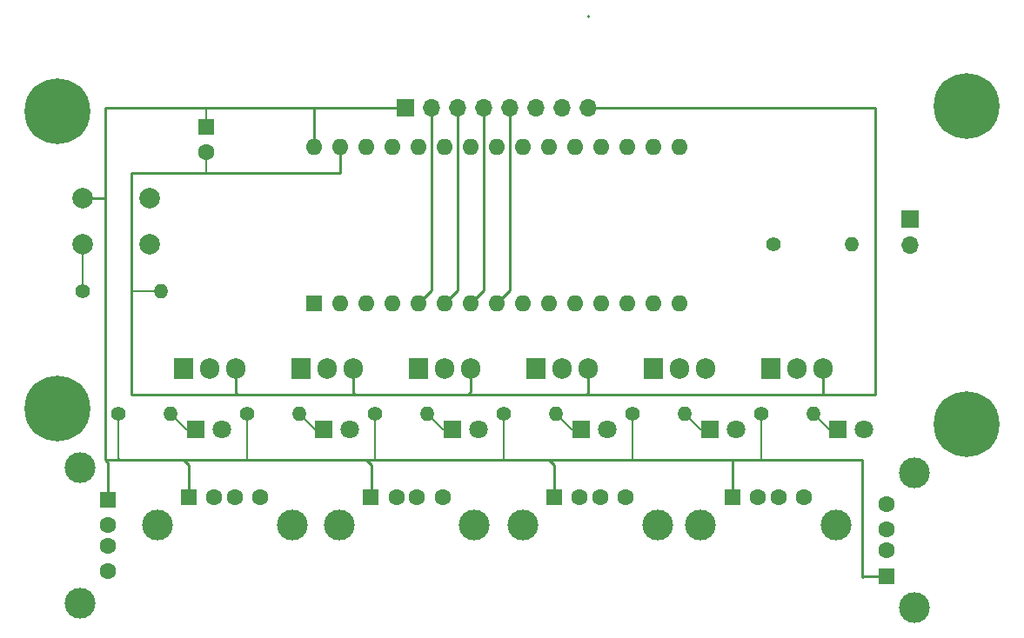
<source format=gbr>
%TF.GenerationSoftware,KiCad,Pcbnew,9.0.0*%
%TF.CreationDate,2025-04-09T17:10:58+10:00*%
%TF.ProjectId,ngmarquee.kicad_pcb_to220_usb_switch_1.1_m3,6e676d61-7271-4756-9565-2e6b69636164,rev?*%
%TF.SameCoordinates,Original*%
%TF.FileFunction,Copper,L2,Bot*%
%TF.FilePolarity,Positive*%
%FSLAX46Y46*%
G04 Gerber Fmt 4.6, Leading zero omitted, Abs format (unit mm)*
G04 Created by KiCad (PCBNEW 9.0.0) date 2025-04-09 17:10:58*
%MOMM*%
%LPD*%
G01*
G04 APERTURE LIST*
%TA.AperFunction,ComponentPad*%
%ADD10C,1.400000*%
%TD*%
%TA.AperFunction,ComponentPad*%
%ADD11O,1.400000X1.400000*%
%TD*%
%TA.AperFunction,ComponentPad*%
%ADD12R,1.600000X1.500000*%
%TD*%
%TA.AperFunction,ComponentPad*%
%ADD13C,1.600000*%
%TD*%
%TA.AperFunction,ComponentPad*%
%ADD14C,3.000000*%
%TD*%
%TA.AperFunction,ComponentPad*%
%ADD15R,1.500000X1.600000*%
%TD*%
%TA.AperFunction,ComponentPad*%
%ADD16C,2.000000*%
%TD*%
%TA.AperFunction,ComponentPad*%
%ADD17R,1.800000X1.800000*%
%TD*%
%TA.AperFunction,ComponentPad*%
%ADD18C,1.800000*%
%TD*%
%TA.AperFunction,ComponentPad*%
%ADD19C,6.400000*%
%TD*%
%TA.AperFunction,ComponentPad*%
%ADD20R,1.905000X2.000000*%
%TD*%
%TA.AperFunction,ComponentPad*%
%ADD21O,1.905000X2.000000*%
%TD*%
%TA.AperFunction,ComponentPad*%
%ADD22R,1.600000X1.600000*%
%TD*%
%TA.AperFunction,ComponentPad*%
%ADD23O,1.600000X1.600000*%
%TD*%
%TA.AperFunction,ComponentPad*%
%ADD24R,1.700000X1.700000*%
%TD*%
%TA.AperFunction,ComponentPad*%
%ADD25O,1.700000X1.700000*%
%TD*%
%TA.AperFunction,Conductor*%
%ADD26C,0.250000*%
%TD*%
%TA.AperFunction,Conductor*%
%ADD27C,0.200000*%
%TD*%
G04 APERTURE END LIST*
D10*
%TO.P,R7,1*%
%TO.N,N/C*%
X141540000Y-92090000D03*
D11*
%TO.P,R7,2*%
X146620000Y-92090000D03*
%TD*%
D10*
%TO.P,R3,1*%
%TO.N,N/C*%
X91500000Y-92090000D03*
D11*
%TO.P,R3,2*%
X96580000Y-92090000D03*
%TD*%
D12*
%TO.P,CN4,1*%
%TO.N,N/C*%
X133880000Y-100230000D03*
D13*
%TO.P,CN4,2*%
X136380000Y-100230000D03*
%TO.P,CN4,3*%
X138380000Y-100230000D03*
%TO.P,CN4,4*%
X140880000Y-100230000D03*
D14*
%TO.P,CN4,5*%
X130810000Y-102940000D03*
X143950000Y-102940000D03*
%TD*%
D15*
%TO.P,CN6,1*%
%TO.N,N/C*%
X166200000Y-107860000D03*
D13*
%TO.P,CN6,2*%
X166200000Y-105360000D03*
%TO.P,CN6,3*%
X166200000Y-103360000D03*
%TO.P,CN6,4*%
X166200000Y-100860000D03*
D14*
%TO.P,CN6,5*%
X168910000Y-110930000D03*
X168910000Y-97790000D03*
%TD*%
D16*
%TO.P,REF\u002A\u002A,1*%
%TO.N,N/C*%
X88040000Y-71090000D03*
X94540000Y-71090000D03*
%TO.P,REF\u002A\u002A,2*%
X88040000Y-75590000D03*
X94540000Y-75590000D03*
%TD*%
D10*
%TO.P,R2,1*%
%TO.N,N/C*%
X155230000Y-75590000D03*
D11*
%TO.P,R2,2*%
X162850000Y-75590000D03*
%TD*%
D17*
%TO.P,D1,1*%
%TO.N,N/C*%
X99000000Y-93590000D03*
D18*
%TO.P,D1,2*%
X101540000Y-93590000D03*
%TD*%
D19*
%TO.P,REF\u002A\u002A,1*%
%TO.N,N/C*%
X85540000Y-62590000D03*
%TD*%
D17*
%TO.P,D6,1*%
%TO.N,N/C*%
X161540000Y-93590000D03*
D18*
%TO.P,D6,2*%
X164080000Y-93590000D03*
%TD*%
D17*
%TO.P,D5,1*%
%TO.N,N/C*%
X149040000Y-93590000D03*
D18*
%TO.P,D5,2*%
X151580000Y-93590000D03*
%TD*%
D12*
%TO.P,CN3,1*%
%TO.N,N/C*%
X116040000Y-100230000D03*
D13*
%TO.P,CN3,2*%
X118540000Y-100230000D03*
%TO.P,CN3,3*%
X120540000Y-100230000D03*
%TO.P,CN3,4*%
X123040000Y-100230000D03*
D14*
%TO.P,CN3,5*%
X112970000Y-102940000D03*
X126110000Y-102940000D03*
%TD*%
D20*
%TO.P,Q6,1*%
%TO.N,N/C*%
X154940000Y-87630000D03*
D21*
%TO.P,Q6,2*%
X157480000Y-87630000D03*
%TO.P,Q6,3*%
X160020000Y-87630000D03*
%TD*%
D22*
%TO.P,C1,1*%
%TO.N,N/C*%
X100040000Y-64090000D03*
D13*
%TO.P,C1,2*%
X100040000Y-66590000D03*
%TD*%
D19*
%TO.P,REF\u002A\u002A,1*%
%TO.N,N/C*%
X174040000Y-93090000D03*
%TD*%
D15*
%TO.P,CN1,1*%
%TO.N,N/C*%
X90450000Y-100420000D03*
D13*
%TO.P,CN1,2*%
X90450000Y-102920000D03*
%TO.P,CN1,3*%
X90450000Y-104920000D03*
%TO.P,CN1,4*%
X90450000Y-107420000D03*
D14*
%TO.P,CN1,5*%
X87740000Y-97350000D03*
X87740000Y-110490000D03*
%TD*%
D20*
%TO.P,Q2,1*%
%TO.N,N/C*%
X109220000Y-87630000D03*
D21*
%TO.P,Q2,2*%
X111760000Y-87630000D03*
%TO.P,Q2,3*%
X114300000Y-87630000D03*
%TD*%
D10*
%TO.P,R4,1*%
%TO.N,N/C*%
X104040000Y-92090000D03*
D11*
%TO.P,R4,2*%
X109120000Y-92090000D03*
%TD*%
D10*
%TO.P,R8,1*%
%TO.N,N/C*%
X154040000Y-92090000D03*
D11*
%TO.P,R8,2*%
X159120000Y-92090000D03*
%TD*%
D17*
%TO.P,D4,1*%
%TO.N,N/C*%
X136540000Y-93590000D03*
D18*
%TO.P,D4,2*%
X139080000Y-93590000D03*
%TD*%
D17*
%TO.P,D3,1*%
%TO.N,N/C*%
X124000000Y-93590000D03*
D18*
%TO.P,D3,2*%
X126540000Y-93590000D03*
%TD*%
D20*
%TO.P,Q5,1*%
%TO.N,N/C*%
X143510000Y-87630000D03*
D21*
%TO.P,Q5,2*%
X146050000Y-87630000D03*
%TO.P,Q5,3*%
X148590000Y-87630000D03*
%TD*%
D19*
%TO.P,REF\u002A\u002A,1*%
%TO.N,N/C*%
X174040000Y-62090000D03*
%TD*%
D10*
%TO.P,R1,1*%
%TO.N,N/C*%
X88040000Y-80090000D03*
D11*
%TO.P,R1,2*%
X95660000Y-80090000D03*
%TD*%
D10*
%TO.P,R5,1*%
%TO.N,N/C*%
X116500000Y-92090000D03*
D11*
%TO.P,R5,2*%
X121580000Y-92090000D03*
%TD*%
D20*
%TO.P,Q4,1*%
%TO.N,N/C*%
X132080000Y-87630000D03*
D21*
%TO.P,Q4,2*%
X134620000Y-87630000D03*
%TO.P,Q4,3*%
X137160000Y-87630000D03*
%TD*%
D12*
%TO.P,CN2,1*%
%TO.N,N/C*%
X98320000Y-100230000D03*
D13*
%TO.P,CN2,2*%
X100820000Y-100230000D03*
%TO.P,CN2,3*%
X102820000Y-100230000D03*
%TO.P,CN2,4*%
X105320000Y-100230000D03*
D14*
%TO.P,CN2,5*%
X95250000Y-102940000D03*
X108390000Y-102940000D03*
%TD*%
D12*
%TO.P,CN5,1*%
%TO.N,N/C*%
X151220000Y-100230000D03*
D13*
%TO.P,CN5,2*%
X153720000Y-100230000D03*
%TO.P,CN5,3*%
X155720000Y-100230000D03*
%TO.P,CN5,4*%
X158220000Y-100230000D03*
D14*
%TO.P,CN5,5*%
X148150000Y-102940000D03*
X161290000Y-102940000D03*
%TD*%
D20*
%TO.P,Q3,1*%
%TO.N,N/C*%
X120650000Y-87630000D03*
D21*
%TO.P,Q3,2*%
X123190000Y-87630000D03*
%TO.P,Q3,3*%
X125730000Y-87630000D03*
%TD*%
D19*
%TO.P,REF\u002A\u002A,1*%
%TO.N,N/C*%
X85540000Y-91590000D03*
%TD*%
D20*
%TO.P,Q1,1*%
%TO.N,N/C*%
X97790000Y-87630000D03*
D21*
%TO.P,Q1,2*%
X100330000Y-87630000D03*
%TO.P,Q1,3*%
X102870000Y-87630000D03*
%TD*%
D23*
%TO.P,A1,3V3 Out*%
%TO.N,N/C*%
X143510000Y-66040000D03*
%TO.P,A1,5V Out*%
X118110000Y-66040000D03*
%TO.P,A1,A0*%
X138430000Y-66040000D03*
%TO.P,A1,A1*%
X135890000Y-66040000D03*
%TO.P,A1,A2*%
X133350000Y-66040000D03*
%TO.P,A1,A3*%
X130810000Y-66040000D03*
%TO.P,A1,A4*%
X128270000Y-66040000D03*
%TO.P,A1,A5*%
X125730000Y-66040000D03*
%TO.P,A1,A6*%
X123190000Y-66040000D03*
%TO.P,A1,A7*%
X120650000Y-66040000D03*
%TO.P,A1,D2*%
X120650000Y-81280000D03*
%TO.P,A1,D3*%
X123190000Y-81280000D03*
%TO.P,A1,D4*%
X125730000Y-81280000D03*
%TO.P,A1,D5*%
X128270000Y-81280000D03*
%TO.P,A1,D6*%
X130810000Y-81280000D03*
%TO.P,A1,D7*%
X133350000Y-81280000D03*
%TO.P,A1,D8*%
X135890000Y-81280000D03*
%TO.P,A1,D9*%
X138430000Y-81280000D03*
%TO.P,A1,D10*%
X140970000Y-81280000D03*
%TO.P,A1,D11*%
X143510000Y-81280000D03*
%TO.P,A1,D12*%
X146050000Y-81280000D03*
%TO.P,A1,D13*%
X146050000Y-66040000D03*
%TO.P,A1,GND*%
X118110000Y-81280000D03*
X113030000Y-66040000D03*
%TO.P,A1,REF*%
X140970000Y-66040000D03*
%TO.P,A1,RST*%
X115570000Y-81280000D03*
X115570000Y-66040000D03*
%TO.P,A1,RX0*%
X113030000Y-81280000D03*
D22*
%TO.P,A1,TX1*%
X110490000Y-81280000D03*
D23*
%TO.P,A1,Vin*%
X110490000Y-66040000D03*
%TD*%
D10*
%TO.P,R6,1*%
%TO.N,N/C*%
X129000000Y-92090000D03*
D11*
%TO.P,R6,2*%
X134080000Y-92090000D03*
%TD*%
D24*
%TO.P,REF\u002A\u002A,1*%
%TO.N,N/C*%
X168540000Y-73090000D03*
D25*
%TO.P,REF\u002A\u002A,2*%
X168540000Y-75630000D03*
%TD*%
D24*
%TO.P,J1,1*%
%TO.N,N/C*%
X119380000Y-62230000D03*
D25*
%TO.P,J1,2*%
X121920000Y-62230000D03*
%TO.P,J1,3*%
X124460000Y-62230000D03*
%TO.P,J1,4*%
X127000000Y-62230000D03*
%TO.P,J1,5*%
X129540000Y-62230000D03*
%TO.P,J1,6*%
X132080000Y-62230000D03*
%TO.P,J1,7*%
X134620000Y-62230000D03*
%TO.P,J1,8*%
X137160000Y-62230000D03*
%TD*%
D17*
%TO.P,D2,1*%
%TO.N,N/C*%
X111500000Y-93590000D03*
D18*
%TO.P,D2,2*%
X114040000Y-93590000D03*
%TD*%
D26*
%TO.N,*%
X116540000Y-96520000D02*
X121920000Y-96520000D01*
X92710000Y-80090000D02*
X92710000Y-68580000D01*
D27*
X104040000Y-92090000D02*
X104040000Y-96520000D01*
X123080000Y-93590000D02*
X124000000Y-93590000D01*
D26*
X110490000Y-62230000D02*
X119380000Y-62230000D01*
X137040000Y-90170000D02*
X143510000Y-90170000D01*
D27*
X154040000Y-92090000D02*
X154040000Y-96520000D01*
D26*
X137160000Y-90050000D02*
X137160000Y-87630000D01*
X114540000Y-90170000D02*
X114300000Y-89930000D01*
X132080000Y-90170000D02*
X137040000Y-90170000D01*
X114300000Y-89930000D02*
X114300000Y-87630000D01*
X110490000Y-96520000D02*
X111760000Y-96520000D01*
D27*
X160620000Y-93590000D02*
X161500000Y-93590000D01*
D26*
X115570000Y-96520000D02*
X116540000Y-96520000D01*
X160020000Y-90150000D02*
X160020000Y-87630000D01*
X92710000Y-90170000D02*
X92710000Y-80090000D01*
X90170000Y-74090000D02*
X90170000Y-72590000D01*
X91540000Y-96520000D02*
X97790000Y-96520000D01*
X121920000Y-62230000D02*
X121920000Y-80010000D01*
X163920000Y-107860000D02*
X166200000Y-107860000D01*
X156210000Y-96520000D02*
X157480000Y-96520000D01*
X148540000Y-90170000D02*
X154940000Y-90170000D01*
X123190000Y-96520000D02*
X129040000Y-96520000D01*
X137160000Y-53340000D02*
X137175000Y-53325000D01*
X144780000Y-96520000D02*
X146050000Y-96520000D01*
X160040000Y-90170000D02*
X160020000Y-90150000D01*
X116100000Y-97050000D02*
X116100000Y-100330000D01*
X97790000Y-90170000D02*
X103040000Y-90170000D01*
X97790000Y-96520000D02*
X99060000Y-96520000D01*
X124460000Y-62230000D02*
X124460000Y-80010000D01*
D27*
X141540000Y-92090000D02*
X141540000Y-96520000D01*
D26*
X90170000Y-71090000D02*
X90170000Y-62230000D01*
X100040000Y-62230000D02*
X110490000Y-62230000D01*
X127000000Y-62230000D02*
X127000000Y-80010000D01*
X90170000Y-71090000D02*
X88040000Y-71090000D01*
D27*
X116500000Y-92090000D02*
X116500000Y-96480000D01*
D26*
X90170000Y-72590000D02*
X90170000Y-71090000D01*
X163830000Y-96520000D02*
X163830000Y-107950000D01*
X113030000Y-68580000D02*
X113030000Y-66040000D01*
D27*
X129000000Y-96480000D02*
X129040000Y-96520000D01*
X159120000Y-92090000D02*
X160620000Y-93590000D01*
X95660000Y-80090000D02*
X92710000Y-80090000D01*
D26*
X120650000Y-90170000D02*
X125540000Y-90170000D01*
X103040000Y-90170000D02*
X102870000Y-90000000D01*
X104040000Y-96520000D02*
X110490000Y-96520000D01*
X90450000Y-96800000D02*
X90450000Y-100420000D01*
D27*
X146620000Y-92090000D02*
X148120000Y-93590000D01*
X110620000Y-93590000D02*
X111500000Y-93590000D01*
X100040000Y-64090000D02*
X100040000Y-62230000D01*
D26*
X121920000Y-96520000D02*
X123190000Y-96520000D01*
X165100000Y-90170000D02*
X165100000Y-62230000D01*
X102870000Y-90000000D02*
X102870000Y-87630000D01*
X103040000Y-90170000D02*
X109220000Y-90170000D01*
X129540000Y-80010000D02*
X128270000Y-81280000D01*
X141540000Y-96520000D02*
X144780000Y-96520000D01*
X121920000Y-80010000D02*
X120650000Y-81280000D01*
D27*
X121580000Y-92090000D02*
X123080000Y-93590000D01*
D26*
X154940000Y-90170000D02*
X160040000Y-90170000D01*
X151130000Y-96520000D02*
X151220000Y-96610000D01*
X109220000Y-90170000D02*
X114540000Y-90170000D01*
D27*
X98080000Y-93590000D02*
X99000000Y-93590000D01*
X135580000Y-93590000D02*
X136500000Y-93590000D01*
D26*
X157480000Y-96520000D02*
X163830000Y-96520000D01*
X97790000Y-96520000D02*
X98320000Y-97050000D01*
X151220000Y-96610000D02*
X151220000Y-100160000D01*
D27*
X134080000Y-92090000D02*
X135580000Y-93590000D01*
D26*
X165100000Y-62230000D02*
X137160000Y-62230000D01*
X100330000Y-96520000D02*
X104040000Y-96520000D01*
X163830000Y-107950000D02*
X163920000Y-107860000D01*
X101540000Y-68580000D02*
X113030000Y-68580000D01*
X90170000Y-96520000D02*
X90450000Y-96800000D01*
X137040000Y-90170000D02*
X137160000Y-90050000D01*
X90170000Y-96520000D02*
X91540000Y-96520000D01*
D27*
X148120000Y-93590000D02*
X149000000Y-93590000D01*
D26*
X110490000Y-62230000D02*
X110490000Y-66040000D01*
X133880000Y-97050000D02*
X133880000Y-100160000D01*
X99040000Y-62230000D02*
X100040000Y-62230000D01*
X143510000Y-90170000D02*
X148540000Y-90170000D01*
X129540000Y-62230000D02*
X129540000Y-80010000D01*
D27*
X96580000Y-92090000D02*
X98080000Y-93590000D01*
D26*
X91540000Y-96520000D02*
X91500000Y-96480000D01*
X151130000Y-96520000D02*
X154040000Y-96520000D01*
X125540000Y-90170000D02*
X125730000Y-89980000D01*
X92710000Y-68580000D02*
X100040000Y-68580000D01*
X127000000Y-80010000D02*
X125730000Y-81280000D01*
X133350000Y-96520000D02*
X134620000Y-96520000D01*
X111760000Y-96520000D02*
X115570000Y-96520000D01*
X99060000Y-96520000D02*
X100330000Y-96520000D01*
X129040000Y-96520000D02*
X133350000Y-96520000D01*
X125540000Y-90170000D02*
X132080000Y-90170000D01*
D27*
X91500000Y-92090000D02*
X91500000Y-96480000D01*
D26*
X124460000Y-80010000D02*
X123190000Y-81280000D01*
D27*
X116500000Y-96480000D02*
X116540000Y-96520000D01*
D26*
X90170000Y-62230000D02*
X99040000Y-62230000D01*
X90170000Y-96520000D02*
X90170000Y-74090000D01*
X100040000Y-68580000D02*
X101540000Y-68580000D01*
X160040000Y-90170000D02*
X165100000Y-90170000D01*
D27*
X100040000Y-66590000D02*
X100040000Y-68580000D01*
D26*
X98320000Y-97050000D02*
X98320000Y-100330000D01*
D27*
X88040000Y-75590000D02*
X88040000Y-80090000D01*
D26*
X134620000Y-96520000D02*
X141540000Y-96520000D01*
D27*
X129000000Y-92090000D02*
X129000000Y-96480000D01*
D26*
X115570000Y-96520000D02*
X116100000Y-97050000D01*
X146050000Y-96520000D02*
X151130000Y-96520000D01*
X92710000Y-90170000D02*
X97790000Y-90170000D01*
X133350000Y-96520000D02*
X133880000Y-97050000D01*
X125730000Y-89980000D02*
X125730000Y-87630000D01*
X154040000Y-96520000D02*
X156210000Y-96520000D01*
D27*
X109120000Y-92090000D02*
X110620000Y-93590000D01*
D26*
X114540000Y-90170000D02*
X120650000Y-90170000D01*
%TD*%
M02*

</source>
